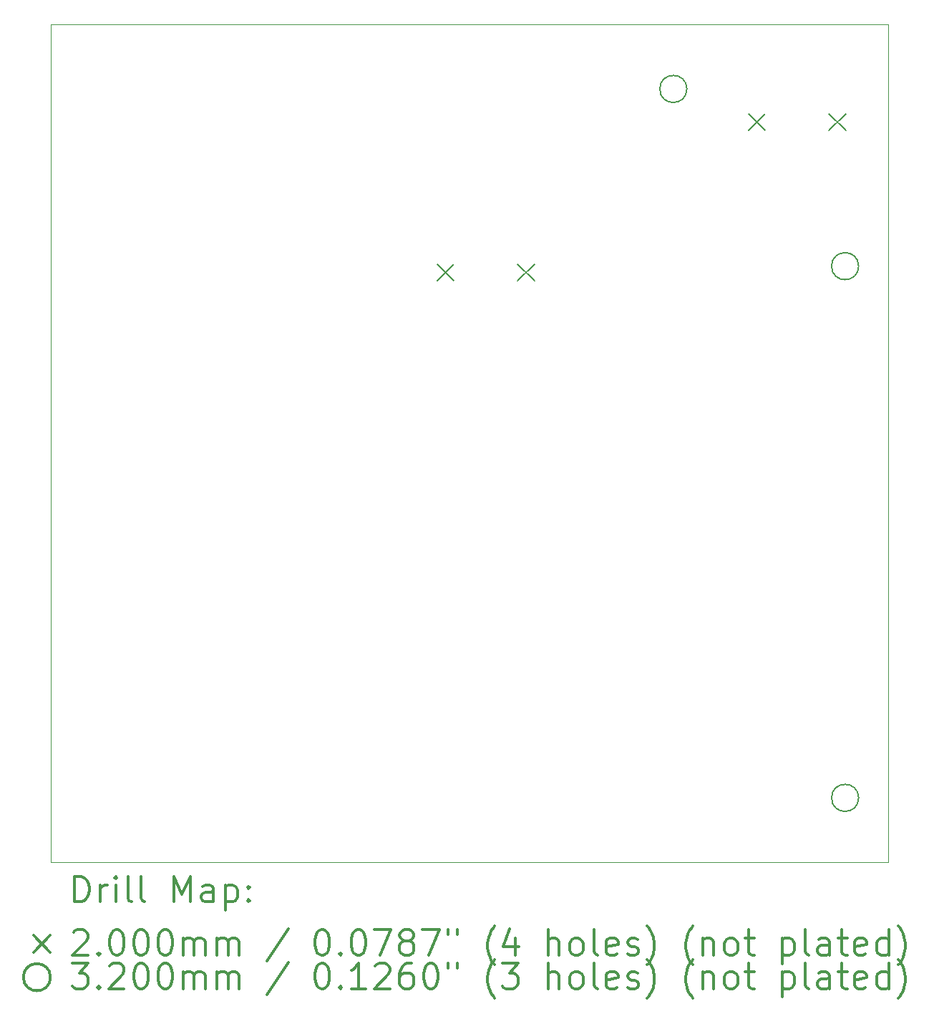
<source format=gbr>
%FSLAX45Y45*%
G04 Gerber Fmt 4.5, Leading zero omitted, Abs format (unit mm)*
G04 Created by KiCad (PCBNEW 5.1.12-1.fc34) date 2022-01-17 20:48:46*
%MOMM*%
%LPD*%
G01*
G04 APERTURE LIST*
%TA.AperFunction,Profile*%
%ADD10C,0.050000*%
%TD*%
%ADD11C,0.200000*%
%ADD12C,0.300000*%
G04 APERTURE END LIST*
D10*
X5715000Y-14351000D02*
X5715000Y-4445000D01*
X15621000Y-14351000D02*
X5715000Y-14351000D01*
X15621000Y-4445000D02*
X15621000Y-14351000D01*
X5715000Y-4445000D02*
X15621000Y-4445000D01*
D11*
X10287500Y-7278000D02*
X10487500Y-7478000D01*
X10487500Y-7278000D02*
X10287500Y-7478000D01*
X11237500Y-7278000D02*
X11437500Y-7478000D01*
X11437500Y-7278000D02*
X11237500Y-7478000D01*
X13970500Y-5500000D02*
X14170500Y-5700000D01*
X14170500Y-5500000D02*
X13970500Y-5700000D01*
X14920500Y-5500000D02*
X15120500Y-5700000D01*
X15120500Y-5500000D02*
X14920500Y-5700000D01*
X13241000Y-5207000D02*
G75*
G03*
X13241000Y-5207000I-160000J0D01*
G01*
X15273000Y-7302500D02*
G75*
G03*
X15273000Y-7302500I-160000J0D01*
G01*
X15273000Y-13589000D02*
G75*
G03*
X15273000Y-13589000I-160000J0D01*
G01*
D12*
X5998928Y-14819214D02*
X5998928Y-14519214D01*
X6070357Y-14519214D01*
X6113214Y-14533500D01*
X6141786Y-14562071D01*
X6156071Y-14590643D01*
X6170357Y-14647786D01*
X6170357Y-14690643D01*
X6156071Y-14747786D01*
X6141786Y-14776357D01*
X6113214Y-14804929D01*
X6070357Y-14819214D01*
X5998928Y-14819214D01*
X6298928Y-14819214D02*
X6298928Y-14619214D01*
X6298928Y-14676357D02*
X6313214Y-14647786D01*
X6327500Y-14633500D01*
X6356071Y-14619214D01*
X6384643Y-14619214D01*
X6484643Y-14819214D02*
X6484643Y-14619214D01*
X6484643Y-14519214D02*
X6470357Y-14533500D01*
X6484643Y-14547786D01*
X6498928Y-14533500D01*
X6484643Y-14519214D01*
X6484643Y-14547786D01*
X6670357Y-14819214D02*
X6641786Y-14804929D01*
X6627500Y-14776357D01*
X6627500Y-14519214D01*
X6827500Y-14819214D02*
X6798928Y-14804929D01*
X6784643Y-14776357D01*
X6784643Y-14519214D01*
X7170357Y-14819214D02*
X7170357Y-14519214D01*
X7270357Y-14733500D01*
X7370357Y-14519214D01*
X7370357Y-14819214D01*
X7641786Y-14819214D02*
X7641786Y-14662071D01*
X7627500Y-14633500D01*
X7598928Y-14619214D01*
X7541786Y-14619214D01*
X7513214Y-14633500D01*
X7641786Y-14804929D02*
X7613214Y-14819214D01*
X7541786Y-14819214D01*
X7513214Y-14804929D01*
X7498928Y-14776357D01*
X7498928Y-14747786D01*
X7513214Y-14719214D01*
X7541786Y-14704929D01*
X7613214Y-14704929D01*
X7641786Y-14690643D01*
X7784643Y-14619214D02*
X7784643Y-14919214D01*
X7784643Y-14633500D02*
X7813214Y-14619214D01*
X7870357Y-14619214D01*
X7898928Y-14633500D01*
X7913214Y-14647786D01*
X7927500Y-14676357D01*
X7927500Y-14762071D01*
X7913214Y-14790643D01*
X7898928Y-14804929D01*
X7870357Y-14819214D01*
X7813214Y-14819214D01*
X7784643Y-14804929D01*
X8056071Y-14790643D02*
X8070357Y-14804929D01*
X8056071Y-14819214D01*
X8041786Y-14804929D01*
X8056071Y-14790643D01*
X8056071Y-14819214D01*
X8056071Y-14633500D02*
X8070357Y-14647786D01*
X8056071Y-14662071D01*
X8041786Y-14647786D01*
X8056071Y-14633500D01*
X8056071Y-14662071D01*
X5512500Y-15213500D02*
X5712500Y-15413500D01*
X5712500Y-15213500D02*
X5512500Y-15413500D01*
X5984643Y-15177786D02*
X5998928Y-15163500D01*
X6027500Y-15149214D01*
X6098928Y-15149214D01*
X6127500Y-15163500D01*
X6141786Y-15177786D01*
X6156071Y-15206357D01*
X6156071Y-15234929D01*
X6141786Y-15277786D01*
X5970357Y-15449214D01*
X6156071Y-15449214D01*
X6284643Y-15420643D02*
X6298928Y-15434929D01*
X6284643Y-15449214D01*
X6270357Y-15434929D01*
X6284643Y-15420643D01*
X6284643Y-15449214D01*
X6484643Y-15149214D02*
X6513214Y-15149214D01*
X6541786Y-15163500D01*
X6556071Y-15177786D01*
X6570357Y-15206357D01*
X6584643Y-15263500D01*
X6584643Y-15334929D01*
X6570357Y-15392071D01*
X6556071Y-15420643D01*
X6541786Y-15434929D01*
X6513214Y-15449214D01*
X6484643Y-15449214D01*
X6456071Y-15434929D01*
X6441786Y-15420643D01*
X6427500Y-15392071D01*
X6413214Y-15334929D01*
X6413214Y-15263500D01*
X6427500Y-15206357D01*
X6441786Y-15177786D01*
X6456071Y-15163500D01*
X6484643Y-15149214D01*
X6770357Y-15149214D02*
X6798928Y-15149214D01*
X6827500Y-15163500D01*
X6841786Y-15177786D01*
X6856071Y-15206357D01*
X6870357Y-15263500D01*
X6870357Y-15334929D01*
X6856071Y-15392071D01*
X6841786Y-15420643D01*
X6827500Y-15434929D01*
X6798928Y-15449214D01*
X6770357Y-15449214D01*
X6741786Y-15434929D01*
X6727500Y-15420643D01*
X6713214Y-15392071D01*
X6698928Y-15334929D01*
X6698928Y-15263500D01*
X6713214Y-15206357D01*
X6727500Y-15177786D01*
X6741786Y-15163500D01*
X6770357Y-15149214D01*
X7056071Y-15149214D02*
X7084643Y-15149214D01*
X7113214Y-15163500D01*
X7127500Y-15177786D01*
X7141786Y-15206357D01*
X7156071Y-15263500D01*
X7156071Y-15334929D01*
X7141786Y-15392071D01*
X7127500Y-15420643D01*
X7113214Y-15434929D01*
X7084643Y-15449214D01*
X7056071Y-15449214D01*
X7027500Y-15434929D01*
X7013214Y-15420643D01*
X6998928Y-15392071D01*
X6984643Y-15334929D01*
X6984643Y-15263500D01*
X6998928Y-15206357D01*
X7013214Y-15177786D01*
X7027500Y-15163500D01*
X7056071Y-15149214D01*
X7284643Y-15449214D02*
X7284643Y-15249214D01*
X7284643Y-15277786D02*
X7298928Y-15263500D01*
X7327500Y-15249214D01*
X7370357Y-15249214D01*
X7398928Y-15263500D01*
X7413214Y-15292071D01*
X7413214Y-15449214D01*
X7413214Y-15292071D02*
X7427500Y-15263500D01*
X7456071Y-15249214D01*
X7498928Y-15249214D01*
X7527500Y-15263500D01*
X7541786Y-15292071D01*
X7541786Y-15449214D01*
X7684643Y-15449214D02*
X7684643Y-15249214D01*
X7684643Y-15277786D02*
X7698928Y-15263500D01*
X7727500Y-15249214D01*
X7770357Y-15249214D01*
X7798928Y-15263500D01*
X7813214Y-15292071D01*
X7813214Y-15449214D01*
X7813214Y-15292071D02*
X7827500Y-15263500D01*
X7856071Y-15249214D01*
X7898928Y-15249214D01*
X7927500Y-15263500D01*
X7941786Y-15292071D01*
X7941786Y-15449214D01*
X8527500Y-15134929D02*
X8270357Y-15520643D01*
X8913214Y-15149214D02*
X8941786Y-15149214D01*
X8970357Y-15163500D01*
X8984643Y-15177786D01*
X8998928Y-15206357D01*
X9013214Y-15263500D01*
X9013214Y-15334929D01*
X8998928Y-15392071D01*
X8984643Y-15420643D01*
X8970357Y-15434929D01*
X8941786Y-15449214D01*
X8913214Y-15449214D01*
X8884643Y-15434929D01*
X8870357Y-15420643D01*
X8856071Y-15392071D01*
X8841786Y-15334929D01*
X8841786Y-15263500D01*
X8856071Y-15206357D01*
X8870357Y-15177786D01*
X8884643Y-15163500D01*
X8913214Y-15149214D01*
X9141786Y-15420643D02*
X9156071Y-15434929D01*
X9141786Y-15449214D01*
X9127500Y-15434929D01*
X9141786Y-15420643D01*
X9141786Y-15449214D01*
X9341786Y-15149214D02*
X9370357Y-15149214D01*
X9398928Y-15163500D01*
X9413214Y-15177786D01*
X9427500Y-15206357D01*
X9441786Y-15263500D01*
X9441786Y-15334929D01*
X9427500Y-15392071D01*
X9413214Y-15420643D01*
X9398928Y-15434929D01*
X9370357Y-15449214D01*
X9341786Y-15449214D01*
X9313214Y-15434929D01*
X9298928Y-15420643D01*
X9284643Y-15392071D01*
X9270357Y-15334929D01*
X9270357Y-15263500D01*
X9284643Y-15206357D01*
X9298928Y-15177786D01*
X9313214Y-15163500D01*
X9341786Y-15149214D01*
X9541786Y-15149214D02*
X9741786Y-15149214D01*
X9613214Y-15449214D01*
X9898928Y-15277786D02*
X9870357Y-15263500D01*
X9856071Y-15249214D01*
X9841786Y-15220643D01*
X9841786Y-15206357D01*
X9856071Y-15177786D01*
X9870357Y-15163500D01*
X9898928Y-15149214D01*
X9956071Y-15149214D01*
X9984643Y-15163500D01*
X9998928Y-15177786D01*
X10013214Y-15206357D01*
X10013214Y-15220643D01*
X9998928Y-15249214D01*
X9984643Y-15263500D01*
X9956071Y-15277786D01*
X9898928Y-15277786D01*
X9870357Y-15292071D01*
X9856071Y-15306357D01*
X9841786Y-15334929D01*
X9841786Y-15392071D01*
X9856071Y-15420643D01*
X9870357Y-15434929D01*
X9898928Y-15449214D01*
X9956071Y-15449214D01*
X9984643Y-15434929D01*
X9998928Y-15420643D01*
X10013214Y-15392071D01*
X10013214Y-15334929D01*
X9998928Y-15306357D01*
X9984643Y-15292071D01*
X9956071Y-15277786D01*
X10113214Y-15149214D02*
X10313214Y-15149214D01*
X10184643Y-15449214D01*
X10413214Y-15149214D02*
X10413214Y-15206357D01*
X10527500Y-15149214D02*
X10527500Y-15206357D01*
X10970357Y-15563500D02*
X10956071Y-15549214D01*
X10927500Y-15506357D01*
X10913214Y-15477786D01*
X10898928Y-15434929D01*
X10884643Y-15363500D01*
X10884643Y-15306357D01*
X10898928Y-15234929D01*
X10913214Y-15192071D01*
X10927500Y-15163500D01*
X10956071Y-15120643D01*
X10970357Y-15106357D01*
X11213214Y-15249214D02*
X11213214Y-15449214D01*
X11141786Y-15134929D02*
X11070357Y-15349214D01*
X11256071Y-15349214D01*
X11598928Y-15449214D02*
X11598928Y-15149214D01*
X11727500Y-15449214D02*
X11727500Y-15292071D01*
X11713214Y-15263500D01*
X11684643Y-15249214D01*
X11641786Y-15249214D01*
X11613214Y-15263500D01*
X11598928Y-15277786D01*
X11913214Y-15449214D02*
X11884643Y-15434929D01*
X11870357Y-15420643D01*
X11856071Y-15392071D01*
X11856071Y-15306357D01*
X11870357Y-15277786D01*
X11884643Y-15263500D01*
X11913214Y-15249214D01*
X11956071Y-15249214D01*
X11984643Y-15263500D01*
X11998928Y-15277786D01*
X12013214Y-15306357D01*
X12013214Y-15392071D01*
X11998928Y-15420643D01*
X11984643Y-15434929D01*
X11956071Y-15449214D01*
X11913214Y-15449214D01*
X12184643Y-15449214D02*
X12156071Y-15434929D01*
X12141786Y-15406357D01*
X12141786Y-15149214D01*
X12413214Y-15434929D02*
X12384643Y-15449214D01*
X12327500Y-15449214D01*
X12298928Y-15434929D01*
X12284643Y-15406357D01*
X12284643Y-15292071D01*
X12298928Y-15263500D01*
X12327500Y-15249214D01*
X12384643Y-15249214D01*
X12413214Y-15263500D01*
X12427500Y-15292071D01*
X12427500Y-15320643D01*
X12284643Y-15349214D01*
X12541786Y-15434929D02*
X12570357Y-15449214D01*
X12627500Y-15449214D01*
X12656071Y-15434929D01*
X12670357Y-15406357D01*
X12670357Y-15392071D01*
X12656071Y-15363500D01*
X12627500Y-15349214D01*
X12584643Y-15349214D01*
X12556071Y-15334929D01*
X12541786Y-15306357D01*
X12541786Y-15292071D01*
X12556071Y-15263500D01*
X12584643Y-15249214D01*
X12627500Y-15249214D01*
X12656071Y-15263500D01*
X12770357Y-15563500D02*
X12784643Y-15549214D01*
X12813214Y-15506357D01*
X12827500Y-15477786D01*
X12841786Y-15434929D01*
X12856071Y-15363500D01*
X12856071Y-15306357D01*
X12841786Y-15234929D01*
X12827500Y-15192071D01*
X12813214Y-15163500D01*
X12784643Y-15120643D01*
X12770357Y-15106357D01*
X13313214Y-15563500D02*
X13298928Y-15549214D01*
X13270357Y-15506357D01*
X13256071Y-15477786D01*
X13241786Y-15434929D01*
X13227500Y-15363500D01*
X13227500Y-15306357D01*
X13241786Y-15234929D01*
X13256071Y-15192071D01*
X13270357Y-15163500D01*
X13298928Y-15120643D01*
X13313214Y-15106357D01*
X13427500Y-15249214D02*
X13427500Y-15449214D01*
X13427500Y-15277786D02*
X13441786Y-15263500D01*
X13470357Y-15249214D01*
X13513214Y-15249214D01*
X13541786Y-15263500D01*
X13556071Y-15292071D01*
X13556071Y-15449214D01*
X13741786Y-15449214D02*
X13713214Y-15434929D01*
X13698928Y-15420643D01*
X13684643Y-15392071D01*
X13684643Y-15306357D01*
X13698928Y-15277786D01*
X13713214Y-15263500D01*
X13741786Y-15249214D01*
X13784643Y-15249214D01*
X13813214Y-15263500D01*
X13827500Y-15277786D01*
X13841786Y-15306357D01*
X13841786Y-15392071D01*
X13827500Y-15420643D01*
X13813214Y-15434929D01*
X13784643Y-15449214D01*
X13741786Y-15449214D01*
X13927500Y-15249214D02*
X14041786Y-15249214D01*
X13970357Y-15149214D02*
X13970357Y-15406357D01*
X13984643Y-15434929D01*
X14013214Y-15449214D01*
X14041786Y-15449214D01*
X14370357Y-15249214D02*
X14370357Y-15549214D01*
X14370357Y-15263500D02*
X14398928Y-15249214D01*
X14456071Y-15249214D01*
X14484643Y-15263500D01*
X14498928Y-15277786D01*
X14513214Y-15306357D01*
X14513214Y-15392071D01*
X14498928Y-15420643D01*
X14484643Y-15434929D01*
X14456071Y-15449214D01*
X14398928Y-15449214D01*
X14370357Y-15434929D01*
X14684643Y-15449214D02*
X14656071Y-15434929D01*
X14641786Y-15406357D01*
X14641786Y-15149214D01*
X14927500Y-15449214D02*
X14927500Y-15292071D01*
X14913214Y-15263500D01*
X14884643Y-15249214D01*
X14827500Y-15249214D01*
X14798928Y-15263500D01*
X14927500Y-15434929D02*
X14898928Y-15449214D01*
X14827500Y-15449214D01*
X14798928Y-15434929D01*
X14784643Y-15406357D01*
X14784643Y-15377786D01*
X14798928Y-15349214D01*
X14827500Y-15334929D01*
X14898928Y-15334929D01*
X14927500Y-15320643D01*
X15027500Y-15249214D02*
X15141786Y-15249214D01*
X15070357Y-15149214D02*
X15070357Y-15406357D01*
X15084643Y-15434929D01*
X15113214Y-15449214D01*
X15141786Y-15449214D01*
X15356071Y-15434929D02*
X15327500Y-15449214D01*
X15270357Y-15449214D01*
X15241786Y-15434929D01*
X15227500Y-15406357D01*
X15227500Y-15292071D01*
X15241786Y-15263500D01*
X15270357Y-15249214D01*
X15327500Y-15249214D01*
X15356071Y-15263500D01*
X15370357Y-15292071D01*
X15370357Y-15320643D01*
X15227500Y-15349214D01*
X15627500Y-15449214D02*
X15627500Y-15149214D01*
X15627500Y-15434929D02*
X15598928Y-15449214D01*
X15541786Y-15449214D01*
X15513214Y-15434929D01*
X15498928Y-15420643D01*
X15484643Y-15392071D01*
X15484643Y-15306357D01*
X15498928Y-15277786D01*
X15513214Y-15263500D01*
X15541786Y-15249214D01*
X15598928Y-15249214D01*
X15627500Y-15263500D01*
X15741786Y-15563500D02*
X15756071Y-15549214D01*
X15784643Y-15506357D01*
X15798928Y-15477786D01*
X15813214Y-15434929D01*
X15827500Y-15363500D01*
X15827500Y-15306357D01*
X15813214Y-15234929D01*
X15798928Y-15192071D01*
X15784643Y-15163500D01*
X15756071Y-15120643D01*
X15741786Y-15106357D01*
X5712500Y-15709500D02*
G75*
G03*
X5712500Y-15709500I-160000J0D01*
G01*
X5970357Y-15545214D02*
X6156071Y-15545214D01*
X6056071Y-15659500D01*
X6098928Y-15659500D01*
X6127500Y-15673786D01*
X6141786Y-15688071D01*
X6156071Y-15716643D01*
X6156071Y-15788071D01*
X6141786Y-15816643D01*
X6127500Y-15830929D01*
X6098928Y-15845214D01*
X6013214Y-15845214D01*
X5984643Y-15830929D01*
X5970357Y-15816643D01*
X6284643Y-15816643D02*
X6298928Y-15830929D01*
X6284643Y-15845214D01*
X6270357Y-15830929D01*
X6284643Y-15816643D01*
X6284643Y-15845214D01*
X6413214Y-15573786D02*
X6427500Y-15559500D01*
X6456071Y-15545214D01*
X6527500Y-15545214D01*
X6556071Y-15559500D01*
X6570357Y-15573786D01*
X6584643Y-15602357D01*
X6584643Y-15630929D01*
X6570357Y-15673786D01*
X6398928Y-15845214D01*
X6584643Y-15845214D01*
X6770357Y-15545214D02*
X6798928Y-15545214D01*
X6827500Y-15559500D01*
X6841786Y-15573786D01*
X6856071Y-15602357D01*
X6870357Y-15659500D01*
X6870357Y-15730929D01*
X6856071Y-15788071D01*
X6841786Y-15816643D01*
X6827500Y-15830929D01*
X6798928Y-15845214D01*
X6770357Y-15845214D01*
X6741786Y-15830929D01*
X6727500Y-15816643D01*
X6713214Y-15788071D01*
X6698928Y-15730929D01*
X6698928Y-15659500D01*
X6713214Y-15602357D01*
X6727500Y-15573786D01*
X6741786Y-15559500D01*
X6770357Y-15545214D01*
X7056071Y-15545214D02*
X7084643Y-15545214D01*
X7113214Y-15559500D01*
X7127500Y-15573786D01*
X7141786Y-15602357D01*
X7156071Y-15659500D01*
X7156071Y-15730929D01*
X7141786Y-15788071D01*
X7127500Y-15816643D01*
X7113214Y-15830929D01*
X7084643Y-15845214D01*
X7056071Y-15845214D01*
X7027500Y-15830929D01*
X7013214Y-15816643D01*
X6998928Y-15788071D01*
X6984643Y-15730929D01*
X6984643Y-15659500D01*
X6998928Y-15602357D01*
X7013214Y-15573786D01*
X7027500Y-15559500D01*
X7056071Y-15545214D01*
X7284643Y-15845214D02*
X7284643Y-15645214D01*
X7284643Y-15673786D02*
X7298928Y-15659500D01*
X7327500Y-15645214D01*
X7370357Y-15645214D01*
X7398928Y-15659500D01*
X7413214Y-15688071D01*
X7413214Y-15845214D01*
X7413214Y-15688071D02*
X7427500Y-15659500D01*
X7456071Y-15645214D01*
X7498928Y-15645214D01*
X7527500Y-15659500D01*
X7541786Y-15688071D01*
X7541786Y-15845214D01*
X7684643Y-15845214D02*
X7684643Y-15645214D01*
X7684643Y-15673786D02*
X7698928Y-15659500D01*
X7727500Y-15645214D01*
X7770357Y-15645214D01*
X7798928Y-15659500D01*
X7813214Y-15688071D01*
X7813214Y-15845214D01*
X7813214Y-15688071D02*
X7827500Y-15659500D01*
X7856071Y-15645214D01*
X7898928Y-15645214D01*
X7927500Y-15659500D01*
X7941786Y-15688071D01*
X7941786Y-15845214D01*
X8527500Y-15530929D02*
X8270357Y-15916643D01*
X8913214Y-15545214D02*
X8941786Y-15545214D01*
X8970357Y-15559500D01*
X8984643Y-15573786D01*
X8998928Y-15602357D01*
X9013214Y-15659500D01*
X9013214Y-15730929D01*
X8998928Y-15788071D01*
X8984643Y-15816643D01*
X8970357Y-15830929D01*
X8941786Y-15845214D01*
X8913214Y-15845214D01*
X8884643Y-15830929D01*
X8870357Y-15816643D01*
X8856071Y-15788071D01*
X8841786Y-15730929D01*
X8841786Y-15659500D01*
X8856071Y-15602357D01*
X8870357Y-15573786D01*
X8884643Y-15559500D01*
X8913214Y-15545214D01*
X9141786Y-15816643D02*
X9156071Y-15830929D01*
X9141786Y-15845214D01*
X9127500Y-15830929D01*
X9141786Y-15816643D01*
X9141786Y-15845214D01*
X9441786Y-15845214D02*
X9270357Y-15845214D01*
X9356071Y-15845214D02*
X9356071Y-15545214D01*
X9327500Y-15588071D01*
X9298928Y-15616643D01*
X9270357Y-15630929D01*
X9556071Y-15573786D02*
X9570357Y-15559500D01*
X9598928Y-15545214D01*
X9670357Y-15545214D01*
X9698928Y-15559500D01*
X9713214Y-15573786D01*
X9727500Y-15602357D01*
X9727500Y-15630929D01*
X9713214Y-15673786D01*
X9541786Y-15845214D01*
X9727500Y-15845214D01*
X9984643Y-15545214D02*
X9927500Y-15545214D01*
X9898928Y-15559500D01*
X9884643Y-15573786D01*
X9856071Y-15616643D01*
X9841786Y-15673786D01*
X9841786Y-15788071D01*
X9856071Y-15816643D01*
X9870357Y-15830929D01*
X9898928Y-15845214D01*
X9956071Y-15845214D01*
X9984643Y-15830929D01*
X9998928Y-15816643D01*
X10013214Y-15788071D01*
X10013214Y-15716643D01*
X9998928Y-15688071D01*
X9984643Y-15673786D01*
X9956071Y-15659500D01*
X9898928Y-15659500D01*
X9870357Y-15673786D01*
X9856071Y-15688071D01*
X9841786Y-15716643D01*
X10198928Y-15545214D02*
X10227500Y-15545214D01*
X10256071Y-15559500D01*
X10270357Y-15573786D01*
X10284643Y-15602357D01*
X10298928Y-15659500D01*
X10298928Y-15730929D01*
X10284643Y-15788071D01*
X10270357Y-15816643D01*
X10256071Y-15830929D01*
X10227500Y-15845214D01*
X10198928Y-15845214D01*
X10170357Y-15830929D01*
X10156071Y-15816643D01*
X10141786Y-15788071D01*
X10127500Y-15730929D01*
X10127500Y-15659500D01*
X10141786Y-15602357D01*
X10156071Y-15573786D01*
X10170357Y-15559500D01*
X10198928Y-15545214D01*
X10413214Y-15545214D02*
X10413214Y-15602357D01*
X10527500Y-15545214D02*
X10527500Y-15602357D01*
X10970357Y-15959500D02*
X10956071Y-15945214D01*
X10927500Y-15902357D01*
X10913214Y-15873786D01*
X10898928Y-15830929D01*
X10884643Y-15759500D01*
X10884643Y-15702357D01*
X10898928Y-15630929D01*
X10913214Y-15588071D01*
X10927500Y-15559500D01*
X10956071Y-15516643D01*
X10970357Y-15502357D01*
X11056071Y-15545214D02*
X11241786Y-15545214D01*
X11141786Y-15659500D01*
X11184643Y-15659500D01*
X11213214Y-15673786D01*
X11227500Y-15688071D01*
X11241786Y-15716643D01*
X11241786Y-15788071D01*
X11227500Y-15816643D01*
X11213214Y-15830929D01*
X11184643Y-15845214D01*
X11098928Y-15845214D01*
X11070357Y-15830929D01*
X11056071Y-15816643D01*
X11598928Y-15845214D02*
X11598928Y-15545214D01*
X11727500Y-15845214D02*
X11727500Y-15688071D01*
X11713214Y-15659500D01*
X11684643Y-15645214D01*
X11641786Y-15645214D01*
X11613214Y-15659500D01*
X11598928Y-15673786D01*
X11913214Y-15845214D02*
X11884643Y-15830929D01*
X11870357Y-15816643D01*
X11856071Y-15788071D01*
X11856071Y-15702357D01*
X11870357Y-15673786D01*
X11884643Y-15659500D01*
X11913214Y-15645214D01*
X11956071Y-15645214D01*
X11984643Y-15659500D01*
X11998928Y-15673786D01*
X12013214Y-15702357D01*
X12013214Y-15788071D01*
X11998928Y-15816643D01*
X11984643Y-15830929D01*
X11956071Y-15845214D01*
X11913214Y-15845214D01*
X12184643Y-15845214D02*
X12156071Y-15830929D01*
X12141786Y-15802357D01*
X12141786Y-15545214D01*
X12413214Y-15830929D02*
X12384643Y-15845214D01*
X12327500Y-15845214D01*
X12298928Y-15830929D01*
X12284643Y-15802357D01*
X12284643Y-15688071D01*
X12298928Y-15659500D01*
X12327500Y-15645214D01*
X12384643Y-15645214D01*
X12413214Y-15659500D01*
X12427500Y-15688071D01*
X12427500Y-15716643D01*
X12284643Y-15745214D01*
X12541786Y-15830929D02*
X12570357Y-15845214D01*
X12627500Y-15845214D01*
X12656071Y-15830929D01*
X12670357Y-15802357D01*
X12670357Y-15788071D01*
X12656071Y-15759500D01*
X12627500Y-15745214D01*
X12584643Y-15745214D01*
X12556071Y-15730929D01*
X12541786Y-15702357D01*
X12541786Y-15688071D01*
X12556071Y-15659500D01*
X12584643Y-15645214D01*
X12627500Y-15645214D01*
X12656071Y-15659500D01*
X12770357Y-15959500D02*
X12784643Y-15945214D01*
X12813214Y-15902357D01*
X12827500Y-15873786D01*
X12841786Y-15830929D01*
X12856071Y-15759500D01*
X12856071Y-15702357D01*
X12841786Y-15630929D01*
X12827500Y-15588071D01*
X12813214Y-15559500D01*
X12784643Y-15516643D01*
X12770357Y-15502357D01*
X13313214Y-15959500D02*
X13298928Y-15945214D01*
X13270357Y-15902357D01*
X13256071Y-15873786D01*
X13241786Y-15830929D01*
X13227500Y-15759500D01*
X13227500Y-15702357D01*
X13241786Y-15630929D01*
X13256071Y-15588071D01*
X13270357Y-15559500D01*
X13298928Y-15516643D01*
X13313214Y-15502357D01*
X13427500Y-15645214D02*
X13427500Y-15845214D01*
X13427500Y-15673786D02*
X13441786Y-15659500D01*
X13470357Y-15645214D01*
X13513214Y-15645214D01*
X13541786Y-15659500D01*
X13556071Y-15688071D01*
X13556071Y-15845214D01*
X13741786Y-15845214D02*
X13713214Y-15830929D01*
X13698928Y-15816643D01*
X13684643Y-15788071D01*
X13684643Y-15702357D01*
X13698928Y-15673786D01*
X13713214Y-15659500D01*
X13741786Y-15645214D01*
X13784643Y-15645214D01*
X13813214Y-15659500D01*
X13827500Y-15673786D01*
X13841786Y-15702357D01*
X13841786Y-15788071D01*
X13827500Y-15816643D01*
X13813214Y-15830929D01*
X13784643Y-15845214D01*
X13741786Y-15845214D01*
X13927500Y-15645214D02*
X14041786Y-15645214D01*
X13970357Y-15545214D02*
X13970357Y-15802357D01*
X13984643Y-15830929D01*
X14013214Y-15845214D01*
X14041786Y-15845214D01*
X14370357Y-15645214D02*
X14370357Y-15945214D01*
X14370357Y-15659500D02*
X14398928Y-15645214D01*
X14456071Y-15645214D01*
X14484643Y-15659500D01*
X14498928Y-15673786D01*
X14513214Y-15702357D01*
X14513214Y-15788071D01*
X14498928Y-15816643D01*
X14484643Y-15830929D01*
X14456071Y-15845214D01*
X14398928Y-15845214D01*
X14370357Y-15830929D01*
X14684643Y-15845214D02*
X14656071Y-15830929D01*
X14641786Y-15802357D01*
X14641786Y-15545214D01*
X14927500Y-15845214D02*
X14927500Y-15688071D01*
X14913214Y-15659500D01*
X14884643Y-15645214D01*
X14827500Y-15645214D01*
X14798928Y-15659500D01*
X14927500Y-15830929D02*
X14898928Y-15845214D01*
X14827500Y-15845214D01*
X14798928Y-15830929D01*
X14784643Y-15802357D01*
X14784643Y-15773786D01*
X14798928Y-15745214D01*
X14827500Y-15730929D01*
X14898928Y-15730929D01*
X14927500Y-15716643D01*
X15027500Y-15645214D02*
X15141786Y-15645214D01*
X15070357Y-15545214D02*
X15070357Y-15802357D01*
X15084643Y-15830929D01*
X15113214Y-15845214D01*
X15141786Y-15845214D01*
X15356071Y-15830929D02*
X15327500Y-15845214D01*
X15270357Y-15845214D01*
X15241786Y-15830929D01*
X15227500Y-15802357D01*
X15227500Y-15688071D01*
X15241786Y-15659500D01*
X15270357Y-15645214D01*
X15327500Y-15645214D01*
X15356071Y-15659500D01*
X15370357Y-15688071D01*
X15370357Y-15716643D01*
X15227500Y-15745214D01*
X15627500Y-15845214D02*
X15627500Y-15545214D01*
X15627500Y-15830929D02*
X15598928Y-15845214D01*
X15541786Y-15845214D01*
X15513214Y-15830929D01*
X15498928Y-15816643D01*
X15484643Y-15788071D01*
X15484643Y-15702357D01*
X15498928Y-15673786D01*
X15513214Y-15659500D01*
X15541786Y-15645214D01*
X15598928Y-15645214D01*
X15627500Y-15659500D01*
X15741786Y-15959500D02*
X15756071Y-15945214D01*
X15784643Y-15902357D01*
X15798928Y-15873786D01*
X15813214Y-15830929D01*
X15827500Y-15759500D01*
X15827500Y-15702357D01*
X15813214Y-15630929D01*
X15798928Y-15588071D01*
X15784643Y-15559500D01*
X15756071Y-15516643D01*
X15741786Y-15502357D01*
M02*

</source>
